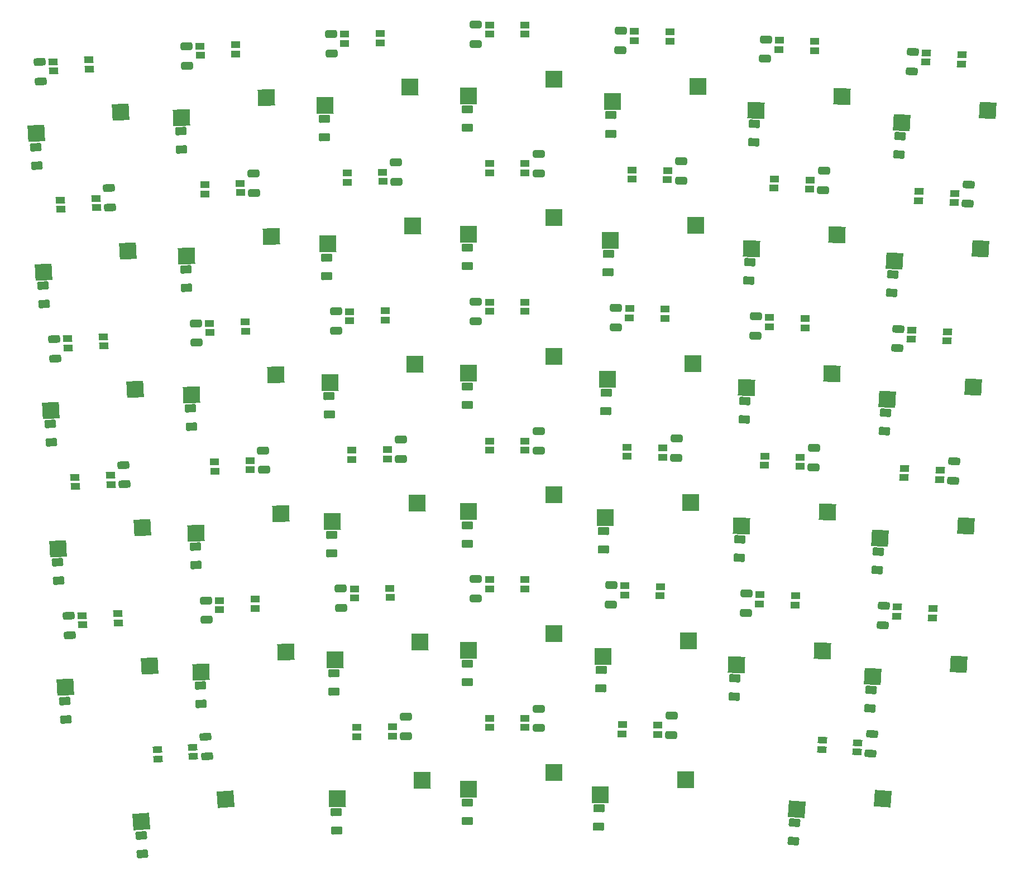
<source format=gbr>
%TF.GenerationSoftware,KiCad,Pcbnew,9.0.7*%
%TF.CreationDate,2026-01-25T01:50:44-05:00*%
%TF.ProjectId,travis_erg2026-v1,74726176-6973-45f6-9572-67323032362d,2026.01.24*%
%TF.SameCoordinates,Original*%
%TF.FileFunction,Paste,Bot*%
%TF.FilePolarity,Positive*%
%FSLAX46Y46*%
G04 Gerber Fmt 4.6, Leading zero omitted, Abs format (unit mm)*
G04 Created by KiCad (PCBNEW 9.0.7) date 2026-01-25 01:50:44*
%MOMM*%
%LPD*%
G01*
G04 APERTURE LIST*
G04 Aperture macros list*
%AMRoundRect*
0 Rectangle with rounded corners*
0 $1 Rounding radius*
0 $2 $3 $4 $5 $6 $7 $8 $9 X,Y pos of 4 corners*
0 Add a 4 corners polygon primitive as box body*
4,1,4,$2,$3,$4,$5,$6,$7,$8,$9,$2,$3,0*
0 Add four circle primitives for the rounded corners*
1,1,$1+$1,$2,$3*
1,1,$1+$1,$4,$5*
1,1,$1+$1,$6,$7*
1,1,$1+$1,$8,$9*
0 Add four rect primitives between the rounded corners*
20,1,$1+$1,$2,$3,$4,$5,0*
20,1,$1+$1,$4,$5,$6,$7,0*
20,1,$1+$1,$6,$7,$8,$9,0*
20,1,$1+$1,$8,$9,$2,$3,0*%
%AMRotRect*
0 Rectangle, with rotation*
0 The origin of the aperture is its center*
0 $1 length*
0 $2 width*
0 $3 Rotation angle, in degrees counterclockwise*
0 Add horizontal line*
21,1,$1,$2,0,0,$3*%
G04 Aperture macros list end*
%ADD10RotRect,2.550000X2.500000X178.000000*%
%ADD11RotRect,2.550000X2.500000X182.000000*%
%ADD12R,2.550000X2.500000*%
%ADD13RotRect,2.550000X2.500000X177.000000*%
%ADD14RotRect,2.550000X2.500000X181.000000*%
%ADD15RotRect,2.550000X2.500000X179.000000*%
%ADD16RotRect,2.550000X2.500000X183.000000*%
%ADD17RotRect,2.550000X2.500000X184.000000*%
%ADD18RotRect,2.550000X2.500000X176.000000*%
%ADD19RotRect,1.400000X1.000000X181.000000*%
%ADD20RotRect,1.400000X1.000000X182.000000*%
%ADD21RoundRect,0.250000X-0.644229X0.336295X-0.655573X-0.313606X0.644229X-0.336295X0.655573X0.313606X0*%
%ADD22RotRect,1.400000X1.000000X1.000000*%
%ADD23RoundRect,0.250000X0.604517X-0.407196X0.643769X0.341776X-0.604517X0.407196X-0.643769X-0.341776X0*%
%ADD24RoundRect,0.250000X0.655573X-0.313606X0.644229X0.336295X-0.655573X0.313606X-0.644229X-0.336295X0*%
%ADD25RoundRect,0.250000X0.671087X-0.278867X0.625746X0.369550X-0.671087X0.278867X-0.625746X-0.369550X0*%
%ADD26RoundRect,0.250000X-0.632100X0.358573X-0.666118X-0.290536X0.632100X-0.358573X0.666118X0.290536X0*%
%ADD27RotRect,1.400000X1.000000X358.000000*%
%ADD28RoundRect,0.250000X-0.655573X0.313606X-0.644229X-0.336295X0.655573X-0.313606X0.644229X0.336295X0*%
%ADD29RoundRect,0.250000X0.643769X-0.341776X0.604517X0.407196X-0.643769X0.341776X-0.604517X-0.407196X0*%
%ADD30R,1.400000X1.000000*%
%ADD31RotRect,1.400000X1.000000X359.000000*%
%ADD32RoundRect,0.250000X0.631449X-0.364035X0.618360X0.385851X-0.631449X0.364035X-0.618360X-0.385851X0*%
%ADD33RoundRect,0.250000X0.618360X-0.385851X0.631449X0.364035X-0.618360X0.385851X-0.631449X-0.364035X0*%
%ADD34RoundRect,0.250000X-0.660946X0.302117X-0.638262X-0.347487X0.660946X-0.302117X0.638262X0.347487X0*%
%ADD35RoundRect,0.250000X0.611532X-0.396584X0.637707X0.352959X-0.611532X0.396584X-0.637707X-0.352959X0*%
%ADD36RoundRect,0.250000X0.625000X-0.375000X0.625000X0.375000X-0.625000X0.375000X-0.625000X-0.375000X0*%
%ADD37RoundRect,0.250000X0.638262X-0.347487X0.660946X0.302117X-0.638262X0.347487X-0.660946X-0.302117X0*%
%ADD38RotRect,1.400000X1.000000X357.000000*%
%ADD39RoundRect,0.250000X-0.650000X0.325000X-0.650000X-0.325000X0.650000X-0.325000X0.650000X0.325000X0*%
%ADD40RotRect,1.400000X1.000000X177.000000*%
%ADD41RoundRect,0.250000X-0.638262X0.347487X-0.660946X-0.302117X0.638262X-0.347487X0.660946X0.302117X0*%
%ADD42RoundRect,0.250000X0.650000X-0.325000X0.650000X0.325000X-0.650000X0.325000X-0.650000X-0.325000X0*%
%ADD43RoundRect,0.250000X-0.666118X0.290536X-0.632100X-0.358573X0.666118X-0.290536X0.632100X0.358573X0*%
%ADD44RoundRect,0.250000X0.644229X-0.336295X0.655573X0.313606X-0.644229X0.336295X-0.655573X-0.313606X0*%
%ADD45RotRect,1.400000X1.000000X2.000000*%
%ADD46RoundRect,0.250000X0.637707X-0.352959X0.611532X0.396584X-0.637707X0.352959X-0.611532X-0.396584X0*%
%ADD47RoundRect,0.250000X0.597319X-0.417684X0.649636X0.330489X-0.597319X0.417684X-0.649636X-0.330489X0*%
%ADD48RotRect,1.400000X1.000000X3.000000*%
%ADD49RotRect,1.400000X1.000000X183.000000*%
%ADD50RoundRect,0.250000X0.649636X-0.330489X0.597319X0.417684X-0.649636X0.330489X-0.597319X-0.417684X0*%
%ADD51RotRect,1.400000X1.000000X356.000000*%
%ADD52RoundRect,0.250000X0.632100X-0.358573X0.666118X0.290536X-0.632100X0.358573X-0.666118X-0.290536X0*%
%ADD53RotRect,1.400000X1.000000X4.000000*%
%ADD54RoundRect,0.250000X0.625746X-0.369550X0.671087X0.278867X-0.625746X0.369550X-0.671087X-0.278867X0*%
%ADD55RoundRect,0.250000X0.666118X-0.290536X0.632100X0.358573X-0.666118X0.290536X-0.632100X-0.358573X0*%
%ADD56RotRect,1.400000X1.000000X179.000000*%
%ADD57RotRect,1.400000X1.000000X178.000000*%
%ADD58RoundRect,0.250000X0.660946X-0.302117X0.638262X0.347487X-0.660946X0.302117X-0.638262X-0.347487X0*%
G04 APERTURE END LIST*
D10*
%TO.C,S32*%
X159278003Y-136927094D03*
X146270233Y-139014401D03*
%TD*%
D11*
%TO.C,S9*%
X74935612Y-137131694D03*
X62105131Y-140121292D03*
%TD*%
D10*
%TO.C,S31*%
X158543368Y-157964271D03*
X145535598Y-160051578D03*
%TD*%
D12*
%TO.C,S23*%
X117087567Y-92193140D03*
X104160567Y-94733140D03*
%TD*%
D13*
%TO.C,S40*%
X182891684Y-96950664D03*
X169849467Y-98810636D03*
%TD*%
D14*
%TO.C,S16*%
X95631830Y-114481696D03*
X82751128Y-117246916D03*
%TD*%
D13*
%TO.C,S39*%
X181790012Y-117971816D03*
X168747795Y-119831788D03*
%TD*%
D15*
%TO.C,S29*%
X138929025Y-93332433D03*
X125959665Y-95646439D03*
%TD*%
D11*
%TO.C,S8*%
X75670246Y-158168871D03*
X62839765Y-161158469D03*
%TD*%
%TO.C,S7*%
X76404881Y-179206048D03*
X63574400Y-182195646D03*
%TD*%
D15*
%TO.C,S26*%
X137826905Y-156472815D03*
X124857545Y-158786821D03*
%TD*%
D16*
%TO.C,S3*%
X54648860Y-160320485D03*
X41872509Y-163533551D03*
%TD*%
D14*
%TO.C,S12*%
X97101323Y-198668872D03*
X84220621Y-201434092D03*
%TD*%
D15*
%TO.C,S25*%
X137459532Y-177519609D03*
X124490172Y-179833615D03*
%TD*%
D17*
%TO.C,S1*%
X67256184Y-201514920D03*
X54537855Y-204950475D03*
%TD*%
D16*
%TO.C,S4*%
X53547188Y-139299333D03*
X40770837Y-142512399D03*
%TD*%
D12*
%TO.C,S18*%
X117087567Y-197443140D03*
X104160567Y-199983140D03*
%TD*%
%TO.C,S20*%
X117087567Y-155343140D03*
X104160567Y-157883140D03*
%TD*%
D13*
%TO.C,S38*%
X180688340Y-138992968D03*
X167646123Y-140852940D03*
%TD*%
D10*
%TO.C,S30*%
X157808734Y-179001448D03*
X144800964Y-181088755D03*
%TD*%
D15*
%TO.C,S24*%
X137092159Y-198566403D03*
X124122799Y-200880409D03*
%TD*%
D16*
%TO.C,S2*%
X55750532Y-181341636D03*
X42974181Y-184554702D03*
%TD*%
D13*
%TO.C,S37*%
X179586668Y-160014119D03*
X166544451Y-161874091D03*
%TD*%
D11*
%TO.C,S11*%
X73466343Y-95057340D03*
X60635862Y-98046938D03*
%TD*%
D16*
%TO.C,S6*%
X51343844Y-97257030D03*
X38567493Y-100470096D03*
%TD*%
D14*
%TO.C,S15*%
X95999203Y-135528490D03*
X83118501Y-138293710D03*
%TD*%
D16*
%TO.C,S5*%
X52445516Y-118278181D03*
X39669165Y-121491247D03*
%TD*%
D12*
%TO.C,S19*%
X117087567Y-176393140D03*
X104160567Y-178933140D03*
%TD*%
D18*
%TO.C,S35*%
X166964246Y-201455404D03*
X153891554Y-203087475D03*
%TD*%
D11*
%TO.C,S10*%
X74200978Y-116094517D03*
X61370497Y-119084115D03*
%TD*%
D15*
%TO.C,S28*%
X138561652Y-114379227D03*
X125592292Y-116693233D03*
%TD*%
D14*
%TO.C,S13*%
X96733950Y-177622078D03*
X83853248Y-180387298D03*
%TD*%
%TO.C,S17*%
X95264457Y-93434902D03*
X82383755Y-96200122D03*
%TD*%
%TO.C,S14*%
X96366576Y-156575284D03*
X83485874Y-159340504D03*
%TD*%
D13*
%TO.C,S36*%
X178484996Y-181035271D03*
X165442779Y-182895243D03*
%TD*%
D15*
%TO.C,S27*%
X138194278Y-135426021D03*
X125224918Y-137740027D03*
%TD*%
D12*
%TO.C,S22*%
X117087567Y-113243140D03*
X104160567Y-115783140D03*
%TD*%
D10*
%TO.C,S33*%
X160012637Y-115889917D03*
X147004867Y-117977224D03*
%TD*%
%TO.C,S34*%
X160747272Y-94852740D03*
X147739502Y-96940047D03*
%TD*%
D12*
%TO.C,S21*%
X117087567Y-134293140D03*
X104160567Y-136833140D03*
%TD*%
D19*
%TO.C,LED8*%
X86072584Y-127500510D03*
X86097017Y-128900297D03*
X91496194Y-128806054D03*
X91471761Y-127406267D03*
%TD*%
D20*
%TO.C,LED6*%
X63401128Y-87203827D03*
X63449987Y-88602974D03*
X68846698Y-88414517D03*
X68797839Y-87015370D03*
%TD*%
D21*
%TO.C,C14*%
X125770578Y-169049320D03*
X125719094Y-171998870D03*
%TD*%
D22*
%TO.C,LED28*%
X91863567Y-149852848D03*
X91839134Y-148453061D03*
X86439957Y-148547304D03*
X86464390Y-149947091D03*
%TD*%
D23*
%TO.C,D37*%
X166108134Y-166702874D03*
X166254674Y-163906712D03*
%TD*%
D24*
%TO.C,C29*%
X93914739Y-149902057D03*
X93863255Y-146952507D03*
%TD*%
D25*
%TO.C,C23*%
X64458457Y-194979159D03*
X64252675Y-192036345D03*
%TD*%
D26*
%TO.C,C22*%
X171505461Y-88077595D03*
X171351069Y-91023553D03*
%TD*%
D27*
%TO.C,LED37*%
X155867626Y-108941025D03*
X155916485Y-107541878D03*
X150519774Y-107353421D03*
X150470915Y-108752568D03*
%TD*%
D28*
%TO.C,C9*%
X84021762Y-127471298D03*
X84073246Y-130420848D03*
%TD*%
D29*
%TO.C,D3*%
X41943327Y-168381488D03*
X41796787Y-165585326D03*
%TD*%
D24*
%TO.C,C28*%
X94649485Y-191995645D03*
X94598001Y-189046095D03*
%TD*%
D30*
%TO.C,LED11*%
X107302567Y-126093140D03*
X107302567Y-127493140D03*
X112702567Y-127493140D03*
X112702567Y-126093140D03*
%TD*%
D31*
%TO.C,LED35*%
X134295995Y-107503735D03*
X134320428Y-106103948D03*
X128921251Y-106009705D03*
X128896818Y-107409492D03*
%TD*%
D28*
%TO.C,C8*%
X84756508Y-169564886D03*
X84807992Y-172514436D03*
%TD*%
D32*
%TO.C,D12*%
X84122205Y-206281548D03*
X84073339Y-203481974D03*
%TD*%
D33*
%TO.C,D26*%
X124590016Y-163627890D03*
X124638882Y-160828316D03*
%TD*%
D30*
%TO.C,LED31*%
X112702567Y-148543140D03*
X112702567Y-147143140D03*
X107302567Y-147143140D03*
X107302567Y-148543140D03*
%TD*%
%TO.C,LED10*%
X107302567Y-168193140D03*
X107302567Y-169593140D03*
X112702567Y-169593140D03*
X112702567Y-168193140D03*
%TD*%
D34*
%TO.C,C5*%
X64288645Y-171359118D03*
X64391599Y-174307320D03*
%TD*%
D35*
%TO.C,D34*%
X147387526Y-101775709D03*
X147485244Y-98977415D03*
%TD*%
D33*
%TO.C,D25*%
X124222643Y-184674684D03*
X124271509Y-181875110D03*
%TD*%
D36*
%TO.C,D21*%
X103977567Y-141678140D03*
X103977567Y-138878140D03*
%TD*%
D37*
%TO.C,C38*%
X157913410Y-109097517D03*
X158016364Y-106149315D03*
%TD*%
D28*
%TO.C,C10*%
X83287015Y-85377710D03*
X83338499Y-88327260D03*
%TD*%
D38*
%TO.C,LED40*%
X177766906Y-110951642D03*
X177840176Y-109553560D03*
X172447576Y-109270946D03*
X172374306Y-110669028D03*
%TD*%
D39*
%TO.C,C11*%
X105252567Y-168128140D03*
X105252567Y-171078140D03*
%TD*%
D32*
%TO.C,D17*%
X82285339Y-101047578D03*
X82236473Y-98248004D03*
%TD*%
D36*
%TO.C,D23*%
X103977567Y-99578140D03*
X103977567Y-96778140D03*
%TD*%
D40*
%TO.C,LED19*%
X169142561Y-172334402D03*
X169069291Y-173732484D03*
X174461891Y-174015098D03*
X174535161Y-172617016D03*
%TD*%
%TO.C,LED20*%
X171345905Y-130292098D03*
X171272635Y-131690180D03*
X176665235Y-131972794D03*
X176738505Y-130574712D03*
%TD*%
D41*
%TO.C,C19*%
X149207926Y-86179740D03*
X149104972Y-89127942D03*
%TD*%
D42*
%TO.C,C33*%
X114752567Y-106528140D03*
X114752567Y-103578140D03*
%TD*%
D20*
%TO.C,LED5*%
X64870396Y-129278180D03*
X64919255Y-130677327D03*
X70315966Y-130488870D03*
X70267107Y-129089723D03*
%TD*%
D43*
%TO.C,C4*%
X39092506Y-89622752D03*
X39246898Y-92568710D03*
%TD*%
D44*
%TO.C,C34*%
X134874707Y-191811675D03*
X134926191Y-188862125D03*
%TD*%
D45*
%TO.C,LED26*%
X69581332Y-109451693D03*
X69532473Y-108052546D03*
X64135762Y-108241003D03*
X64184621Y-109640150D03*
%TD*%
D36*
%TO.C,D20*%
X103977567Y-162728140D03*
X103977567Y-159928140D03*
%TD*%
D46*
%TO.C,D10*%
X61356696Y-123932550D03*
X61258978Y-121134256D03*
%TD*%
D47*
%TO.C,D35*%
X153371030Y-207907908D03*
X153566348Y-205114728D03*
%TD*%
D36*
%TO.C,D19*%
X103977567Y-183778140D03*
X103977567Y-180978140D03*
%TD*%
D42*
%TO.C,C32*%
X114752567Y-148628140D03*
X114752567Y-145678140D03*
%TD*%
D21*
%TO.C,C16*%
X127240071Y-84862144D03*
X127188587Y-87811694D03*
%TD*%
D20*
%TO.C,LED4*%
X66339665Y-171352534D03*
X66388524Y-172751681D03*
X71785235Y-172563224D03*
X71736376Y-171164077D03*
%TD*%
D46*
%TO.C,D7*%
X63560599Y-187044081D03*
X63462881Y-184245787D03*
%TD*%
D48*
%TO.C,LED24*%
X47710641Y-111716994D03*
X47637371Y-110318912D03*
X42244771Y-110601526D03*
X42318041Y-111999608D03*
%TD*%
%TO.C,LED23*%
X49913984Y-153759297D03*
X49840714Y-152361215D03*
X44448114Y-152643829D03*
X44521384Y-154041911D03*
%TD*%
D29*
%TO.C,D2*%
X43044999Y-189402639D03*
X42898459Y-186606477D03*
%TD*%
D35*
%TO.C,D33*%
X146652891Y-122812886D03*
X146750609Y-120014592D03*
%TD*%
D43*
%TO.C,C3*%
X41295850Y-131665055D03*
X41450242Y-134611013D03*
%TD*%
D39*
%TO.C,C12*%
X105252567Y-126028140D03*
X105252567Y-128978140D03*
%TD*%
D44*
%TO.C,C36*%
X136344200Y-107624499D03*
X136395684Y-104674949D03*
%TD*%
D49*
%TO.C,LED2*%
X43346443Y-131622677D03*
X43419713Y-133020759D03*
X48812313Y-132738145D03*
X48739043Y-131340063D03*
%TD*%
D36*
%TO.C,D18*%
X103977567Y-204828140D03*
X103977567Y-202028140D03*
%TD*%
D29*
%TO.C,D5*%
X39739983Y-126339184D03*
X39593443Y-123543022D03*
%TD*%
D43*
%TO.C,C2*%
X43499194Y-173707359D03*
X43653586Y-176653317D03*
%TD*%
D32*
%TO.C,D14*%
X83387459Y-164187960D03*
X83338593Y-161388386D03*
%TD*%
D36*
%TO.C,D22*%
X103977567Y-120628140D03*
X103977567Y-117828140D03*
%TD*%
D50*
%TO.C,D1*%
X54693271Y-209796438D03*
X54497953Y-207003258D03*
%TD*%
D35*
%TO.C,D32*%
X145918257Y-143850062D03*
X146015975Y-141051768D03*
%TD*%
D32*
%TO.C,D13*%
X83754832Y-185234754D03*
X83705966Y-182435180D03*
%TD*%
%TO.C,D16*%
X82652712Y-122094372D03*
X82603846Y-119294798D03*
%TD*%
D41*
%TO.C,C17*%
X146269388Y-170328447D03*
X146166434Y-173276649D03*
%TD*%
D33*
%TO.C,D29*%
X125692136Y-100487508D03*
X125741002Y-97687934D03*
%TD*%
D22*
%TO.C,LED29*%
X91128821Y-107759260D03*
X91104388Y-106359473D03*
X85705211Y-106453716D03*
X85729644Y-107853503D03*
%TD*%
D51*
%TO.C,LED38*%
X163064271Y-194366086D03*
X163161930Y-192969497D03*
X157775085Y-192592812D03*
X157677426Y-193989401D03*
%TD*%
D39*
%TO.C,C13*%
X105252567Y-83928140D03*
X105252567Y-86878140D03*
%TD*%
D49*
%TO.C,LED3*%
X41143099Y-89580374D03*
X41216369Y-90978456D03*
X46608969Y-90695842D03*
X46535699Y-89297760D03*
%TD*%
D52*
%TO.C,C40*%
X177606304Y-153186118D03*
X177760696Y-150240160D03*
%TD*%
D19*
%TO.C,LED7*%
X86807331Y-169594098D03*
X86831764Y-170993885D03*
X92230941Y-170899642D03*
X92206508Y-169499855D03*
%TD*%
D35*
%TO.C,D30*%
X144448988Y-185924416D03*
X144546706Y-183126122D03*
%TD*%
D53*
%TO.C,LED22*%
X62407521Y-195037366D03*
X62309862Y-193640777D03*
X56923017Y-194017462D03*
X57020676Y-195414051D03*
%TD*%
D54*
%TO.C,C39*%
X165103348Y-194593880D03*
X165309130Y-191651066D03*
%TD*%
D33*
%TO.C,D24*%
X123855270Y-205721478D03*
X123904136Y-202921904D03*
%TD*%
D37*
%TO.C,C37*%
X156444141Y-151171870D03*
X156547095Y-148223668D03*
%TD*%
D30*
%TO.C,LED30*%
X112702567Y-190643140D03*
X112702567Y-189243140D03*
X107302567Y-189243140D03*
X107302567Y-190643140D03*
%TD*%
D45*
%TO.C,LED25*%
X71050601Y-151526047D03*
X71001742Y-150126900D03*
X65605031Y-150315357D03*
X65653890Y-151714504D03*
%TD*%
D46*
%TO.C,D8*%
X62825965Y-166006904D03*
X62728247Y-163208610D03*
%TD*%
D32*
%TO.C,D15*%
X83020086Y-143141166D03*
X82971220Y-140341592D03*
%TD*%
D38*
%TO.C,LED39*%
X175563563Y-152993946D03*
X175636833Y-151595864D03*
X170244233Y-151313250D03*
X170170963Y-152711332D03*
%TD*%
D41*
%TO.C,C18*%
X147738657Y-128254094D03*
X147635703Y-131202296D03*
%TD*%
D35*
%TO.C,D31*%
X145183622Y-164887239D03*
X145281340Y-162088945D03*
%TD*%
D34*
%TO.C,C6*%
X62819377Y-129284764D03*
X62922331Y-132232966D03*
%TD*%
D26*
%TO.C,C21*%
X169302117Y-130119898D03*
X169147725Y-133065856D03*
%TD*%
D34*
%TO.C,C7*%
X61350108Y-87210411D03*
X61453062Y-90158613D03*
%TD*%
D27*
%TO.C,LED36*%
X154398357Y-151015379D03*
X154447216Y-149616232D03*
X149050505Y-149427775D03*
X149001646Y-150826922D03*
%TD*%
D21*
%TO.C,C15*%
X126505325Y-126955732D03*
X126453841Y-129905282D03*
%TD*%
D31*
%TO.C,LED33*%
X132826503Y-191690911D03*
X132850936Y-190291124D03*
X127451759Y-190196881D03*
X127427326Y-191596668D03*
%TD*%
D42*
%TO.C,C31*%
X114752567Y-190728140D03*
X114752567Y-187778140D03*
%TD*%
D49*
%TO.C,LED1*%
X45549786Y-173664981D03*
X45623056Y-175063063D03*
X51015656Y-174780449D03*
X50942386Y-173382367D03*
%TD*%
D23*
%TO.C,D40*%
X169413150Y-103639419D03*
X169559690Y-100843257D03*
%TD*%
D55*
%TO.C,C24*%
X51965624Y-153736892D03*
X51811232Y-150790934D03*
%TD*%
D56*
%TO.C,LED15*%
X129288625Y-84962911D03*
X129264192Y-86362698D03*
X134663369Y-86456941D03*
X134687802Y-85057154D03*
%TD*%
D33*
%TO.C,D27*%
X124957389Y-142581096D03*
X125006255Y-139781522D03*
%TD*%
D23*
%TO.C,D39*%
X168311478Y-124660571D03*
X168458018Y-121864409D03*
%TD*%
%TO.C,D36*%
X165006462Y-187724026D03*
X165153002Y-184927864D03*
%TD*%
D26*
%TO.C,C20*%
X167098773Y-172162202D03*
X166944381Y-175108160D03*
%TD*%
D52*
%TO.C,C41*%
X179809648Y-111143815D03*
X179964040Y-108197857D03*
%TD*%
D57*
%TO.C,LED16*%
X148315870Y-170464951D03*
X148267011Y-171864098D03*
X153663722Y-172052555D03*
X153712581Y-170653408D03*
%TD*%
%TO.C,LED18*%
X151254408Y-86316244D03*
X151205549Y-87715391D03*
X156602260Y-87903848D03*
X156651119Y-86504701D03*
%TD*%
D46*
%TO.C,D9*%
X62091330Y-144969727D03*
X61993612Y-142171433D03*
%TD*%
D31*
%TO.C,LED34*%
X133561249Y-149597323D03*
X133585682Y-148197536D03*
X128186505Y-148103293D03*
X128162072Y-149503080D03*
%TD*%
D44*
%TO.C,C35*%
X135609454Y-149718087D03*
X135660938Y-146768537D03*
%TD*%
D55*
%TO.C,C25*%
X49762280Y-111694589D03*
X49607888Y-108748631D03*
%TD*%
D46*
%TO.C,D11*%
X60622062Y-102895373D03*
X60524344Y-100097079D03*
%TD*%
D19*
%TO.C,LED9*%
X85337838Y-85406922D03*
X85362271Y-86806709D03*
X90761448Y-86712466D03*
X90737015Y-85312679D03*
%TD*%
D30*
%TO.C,LED32*%
X112702567Y-106443140D03*
X112702567Y-105043140D03*
X107302567Y-105043140D03*
X107302567Y-106443140D03*
%TD*%
D58*
%TO.C,C27*%
X71633050Y-109465097D03*
X71530096Y-106516895D03*
%TD*%
D40*
%TO.C,LED21*%
X173549248Y-88249795D03*
X173475978Y-89647877D03*
X178868578Y-89930491D03*
X178941848Y-88532409D03*
%TD*%
D58*
%TO.C,C26*%
X73102319Y-151539451D03*
X72999365Y-148591249D03*
%TD*%
D29*
%TO.C,D6*%
X38638311Y-105318032D03*
X38491771Y-102521870D03*
%TD*%
D56*
%TO.C,LED14*%
X128553878Y-127056499D03*
X128529445Y-128456286D03*
X133928622Y-128550529D03*
X133953055Y-127150742D03*
%TD*%
D33*
%TO.C,D28*%
X125324762Y-121534302D03*
X125373628Y-118734728D03*
%TD*%
D24*
%TO.C,C30*%
X93179992Y-107808469D03*
X93128508Y-104858919D03*
%TD*%
D29*
%TO.C,D4*%
X40841655Y-147360336D03*
X40695115Y-144564174D03*
%TD*%
D57*
%TO.C,LED17*%
X149785139Y-128390598D03*
X149736280Y-129789745D03*
X155132991Y-129978202D03*
X155181850Y-128579055D03*
%TD*%
D56*
%TO.C,LED13*%
X127819132Y-169150087D03*
X127794699Y-170549874D03*
X133193876Y-170644117D03*
X133218309Y-169244330D03*
%TD*%
D30*
%TO.C,LED12*%
X107302567Y-83993140D03*
X107302567Y-85393140D03*
X112702567Y-85393140D03*
X112702567Y-83993140D03*
%TD*%
D22*
%TO.C,LED27*%
X92598314Y-191946436D03*
X92573881Y-190546649D03*
X87174704Y-190640892D03*
X87199137Y-192040679D03*
%TD*%
D23*
%TO.C,D38*%
X167209806Y-145681722D03*
X167356346Y-142885560D03*
%TD*%
M02*

</source>
